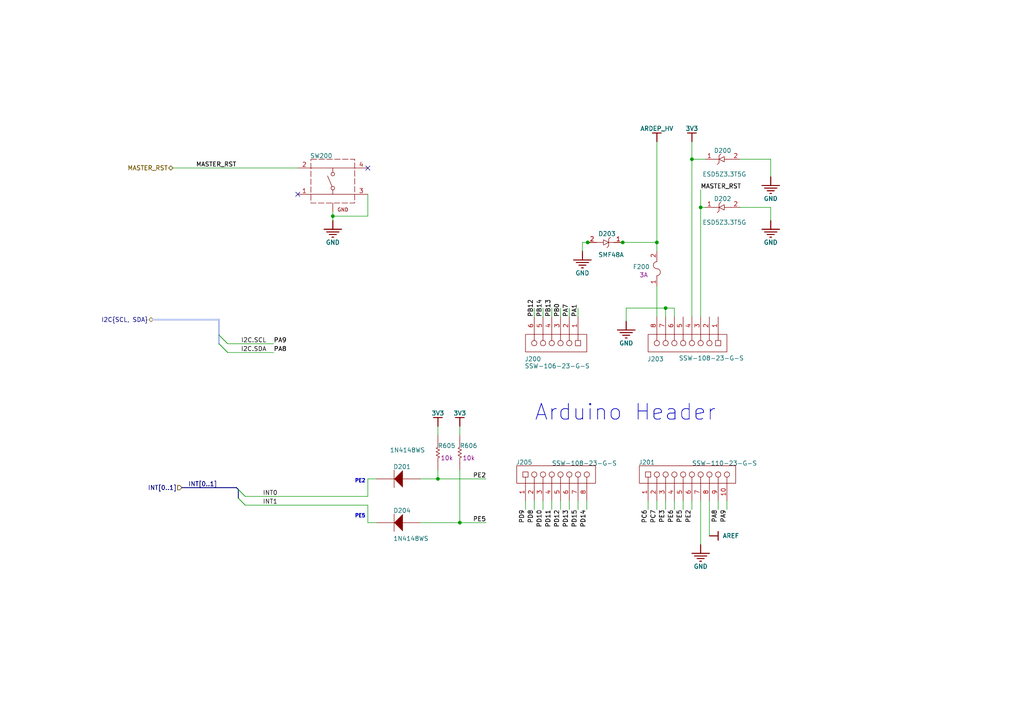
<source format=kicad_sch>
(kicad_sch (version 20250114) (generator "eeschema") (generator_version "9.0")
  (paper "User" 297.002 210.007)
  (title_block (title "ARDEP Interface"))
  (lib_symbols
    (symbol "ARDEP Power IO Shield Symbols:3V3_BAR" (power)
      (property "Value" "3V3" (at 0 -3.81 0))
      (symbol "3V3_BAR_0_0"
        (polyline (pts (xy -1.27 -2.54) (xy 1.27 -2.54)) (stroke (width 0.254)))
        (polyline (pts (xy 0 0) (xy 0 -2.54)) (stroke (width 0.254)))
        (pin power_in line (at 0 0 0) (length 0) (hide yes) (name "3V3") (number ""))
      )
    )
    (symbol "ARDEP Power IO Shield Symbols:ARDEP_0_D-AK-2_Frickly Systems GmbH" (pin_numbers (hide yes)) (pin_names (hide yes))
      (symbol "ARDEP_0_D-AK-2_Frickly Systems GmbH_1_0"
        (polyline (pts (xy 0 -2.54) (xy 0 2.54)))
        (polyline (pts (xy 2.54 2.54) (xy 0 0) (xy 2.54 -2.54) (xy 2.54 2.54)) (stroke (width -0.0001)) (fill (type outline)))
        (pin passive line (at -5.08 0 0) (length 5.08) (name "K") (number "1"))
        (pin passive line (at 7.62 0 180) (length 5.08) (name "A") (number "2"))
      )
    )
    (symbol "ARDEP Power IO Shield Symbols:ARDEP_0_Symbol_Frickly Systems GmbH" (pin_names (hide yes))
      (symbol "ARDEP_0_Symbol_Frickly Systems GmbH_1_0"
        (polyline (pts (xy 3.81 2.54) (xy 16.51 2.54) (xy 16.51 -10.16) (xy 3.81 -10.16) (xy 3.81 2.54)) (stroke (width 0) (type dash)))
        (polyline (pts (xy 3.81 0) (xy 16.51 0)))
        (polyline (pts (xy 9.906 -5.334) (xy 8.636 -2.286)))
        (polyline (pts (xy 10.16 0) (xy 10.16 -1.27)))
        (circle (center 10.16 -1.778) (radius 0.508))
        (circle (center 10.16 -5.842) (radius 0.508))
        (polyline (pts (xy 10.16 -7.62) (xy 10.16 -6.35)))
        (polyline (pts (xy 16.51 -7.62) (xy 3.81 -7.62)))
        (text "GND" (at 14.732 -12.7 0) (effects (font (size 1.016 1.016)) (justify right bottom)))
        (pin passive line (at 0 0 0) (length 3.81) (name "2") (number "2"))
        (pin passive line (at 0 -7.62 0) (length 3.81) (name "1") (number "1"))
        (pin passive line (at 10.16 -12.7 90) (length 2.54) (name "GND") (number "G1"))
        (pin passive line (at 20.32 0 180) (length 3.81) (name "4") (number "4"))
        (pin passive line (at 20.32 -7.62 180) (length 3.81) (name "3") (number "3"))
      )
    )
    (symbol "ARDEP Power IO Shield Symbols:ARDEP_0_UNI TVS_Frickly Systems GmbH" (pin_names (hide yes))
      (symbol "ARDEP_0_UNI TVS_Frickly Systems GmbH_1_0"
        (polyline (pts (xy -2.54 0) (xy -1.016 0)))
        (polyline (pts (xy -1.524 -1.524) (xy -1.016 -1.016) (xy -1.016 1.016) (xy -0.508 1.524)))
        (polyline (pts (xy -1.016 0) (xy 0.508 0.762) (xy 0.508 -0.762) (xy -1.016 0)))
        (polyline (pts (xy 2.54 0) (xy 0.508 0)))
        (pin passive line (at -5.08 0 0) (length 2.54) (name "K") (number "1"))
        (pin passive line (at 5.08 0 180) (length 2.54) (name "A") (number "2"))
      )
    )
    (symbol "ARDEP Power IO Shield Symbols:ARDEP_1_FUSE-2_Frickly Systems GmbH" (pin_names (hide yes))
      (symbol "ARDEP_1_FUSE-2_Frickly Systems GmbH_1_0"
        (polyline (pts (xy 0 7.112) (xy 0 7.62)))
        (arc (start 0 5.08) (mid -1.016 6.096) (end 0 7.112))
        (arc (start 0 5.08) (mid 1.016 4.064) (end 0 3.048))
        (polyline (pts (xy 0 3.048) (xy 0 2.54)))
        (pin passive line (at 0 10.16 270) (length 2.54) (name "2") (number "2"))
        (pin passive line (at 0 0 90) (length 2.54) (name "1") (number "1"))
      )
    )
    (symbol "ARDEP Power IO Shield Symbols:ARDEP_1_Symbol_Frickly Systems GmbH" (pin_names (hide yes))
      (symbol "ARDEP_1_Symbol_Frickly Systems GmbH_1_0"
        (polyline (pts (xy 0 5.08) (xy 0 0) (xy 22.86 0) (xy 22.86 5.08) (xy 0 5.08)))
        (polyline (pts (xy 2.54 0) (xy 2.54 1.778)))
        (rectangle (start 3.302 3.302) (end 1.778 1.778))
        (circle (center 5.08 2.54) (radius 0.762))
        (polyline (pts (xy 5.08 0) (xy 5.08 1.778)))
        (circle (center 7.62 2.54) (radius 0.762))
        (polyline (pts (xy 7.62 0) (xy 7.62 1.778)))
        (circle (center 10.16 2.54) (radius 0.762))
        (polyline (pts (xy 10.16 0) (xy 10.16 1.778)))
        (circle (center 12.7 2.54) (radius 0.762))
        (polyline (pts (xy 12.7 0) (xy 12.7 1.778)))
        (circle (center 15.24 2.54) (radius 0.762))
        (polyline (pts (xy 15.24 0) (xy 15.24 1.778)))
        (circle (center 17.78 2.54) (radius 0.762))
        (polyline (pts (xy 17.78 0) (xy 17.78 1.778)))
        (circle (center 20.32 2.54) (radius 0.762))
        (polyline (pts (xy 20.32 0) (xy 20.32 1.778)))
        (pin passive line (at 2.54 -5.08 90) (length 5.08) (name "1") (number "1"))
        (pin passive line (at 5.08 -5.08 90) (length 5.08) (name "2") (number "2"))
        (pin passive line (at 7.62 -5.08 90) (length 5.08) (name "3") (number "3"))
        (pin passive line (at 10.16 -5.08 90) (length 5.08) (name "4") (number "4"))
        (pin passive line (at 12.7 -5.08 90) (length 5.08) (name "5") (number "5"))
        (pin passive line (at 15.24 -5.08 90) (length 5.08) (name "6") (number "6"))
        (pin passive line (at 17.78 -5.08 90) (length 5.08) (name "7") (number "7"))
        (pin passive line (at 20.32 -5.08 90) (length 5.08) (name "8") (number "8"))
      )
    )
    (symbol "ARDEP Power IO Shield Symbols:ARDEP_1_mirrored_Resistor_Frickly Systems GmbH" (pin_numbers (hide yes)) (pin_names (hide yes))
      (symbol "ARDEP_1_mirrored_Resistor_Frickly Systems GmbH_1_0"
        (polyline (pts (xy 0 5.08) (xy 0 4.064) (xy -0.508 3.81) (xy 0.508 3.302) (xy -0.508 2.794) (xy 0.508 2.286) (xy -0.508 1.778) (xy 0.508 1.27) (xy 0 1.016) (xy 0 0)))
        (pin passive line (at 0 7.62 270) (length 2.54) (name "2") (number "2"))
        (pin passive line (at 0 -2.54 90) (length 2.54) (name "1") (number "1"))
      )
    )
    (symbol "ARDEP Power IO Shield Symbols:ARDEP_2_UNI TVS_Frickly Systems GmbH" (pin_names (hide yes))
      (symbol "ARDEP_2_UNI TVS_Frickly Systems GmbH_1_0"
        (polyline (pts (xy -2.54 0) (xy -0.508 0)))
        (polyline (pts (xy 1.016 0) (xy -0.508 -0.762) (xy -0.508 0.762) (xy 1.016 0)))
        (polyline (pts (xy 1.524 1.524) (xy 1.016 1.016) (xy 1.016 -1.016) (xy 0.508 -1.524)))
        (polyline (pts (xy 2.54 0) (xy 1.016 0)))
        (pin passive line (at -5.08 0 0) (length 2.54) (name "A") (number "2"))
        (pin passive line (at 5.08 0 180) (length 2.54) (name "K") (number "1"))
      )
    )
    (symbol "ARDEP Power IO Shield Symbols:ARDEP_3_Symbol_Frickly Systems GmbH" (pin_names (hide yes))
      (symbol "ARDEP_3_Symbol_Frickly Systems GmbH_1_0"
        (polyline (pts (xy -15.24 0) (xy -15.24 -1.778)))
        (circle (center -15.24 -2.54) (radius 0.762))
        (polyline (pts (xy -12.7 0) (xy -12.7 -1.778)))
        (circle (center -12.7 -2.54) (radius 0.762))
        (polyline (pts (xy -10.16 0) (xy -10.16 -1.778)))
        (circle (center -10.16 -2.54) (radius 0.762))
        (polyline (pts (xy -7.62 0) (xy -7.62 -1.778)))
        (circle (center -7.62 -2.54) (radius 0.762))
        (polyline (pts (xy -5.08 0) (xy -5.08 -1.778)))
        (circle (center -5.08 -2.54) (radius 0.762))
        (polyline (pts (xy -2.54 0) (xy -2.54 -1.778)))
        (rectangle (start -1.778 -1.778) (end -3.302 -3.302))
        (polyline (pts (xy 0 -5.08) (xy 0 0) (xy -17.78 0) (xy -17.78 -5.08) (xy 0 -5.08)))
        (pin passive line (at -15.24 5.08 270) (length 5.08) (name "6") (number "6"))
        (pin passive line (at -12.7 5.08 270) (length 5.08) (name "5") (number "5"))
        (pin passive line (at -10.16 5.08 270) (length 5.08) (name "4") (number "4"))
        (pin passive line (at -7.62 5.08 270) (length 5.08) (name "3") (number "3"))
        (pin passive line (at -5.08 5.08 270) (length 5.08) (name "2") (number "2"))
        (pin passive line (at -2.54 5.08 270) (length 5.08) (name "1") (number "1"))
      )
    )
    (symbol "ARDEP Power IO Shield Symbols:ARDEP_HV_BAR" (power)
      (property "Value" "ARDEP_HV" (at 0 -3.81 0))
      (symbol "ARDEP_HV_BAR_0_0"
        (polyline (pts (xy -1.27 -2.54) (xy 1.27 -2.54)) (stroke (width 0.254)))
        (polyline (pts (xy 0 0) (xy 0 -2.54)) (stroke (width 0.254)))
        (pin power_in line (at 0 0 0) (length 0) (hide yes) (name "ARDEP_HV") (number ""))
      )
    )
    (symbol "ARDEP Power IO Shield Symbols:AREF_BAR" (power)
      (property "Value" "AREF" (at 0 -3.81 0))
      (symbol "AREF_BAR_0_0"
        (polyline (pts (xy -1.27 -2.54) (xy 1.27 -2.54)) (stroke (width 0.254)))
        (polyline (pts (xy 0 0) (xy 0 -2.54)) (stroke (width 0.254)))
        (pin power_in line (at 0 0 0) (length 0) (hide yes) (name "AREF") (number ""))
      )
    )
    (symbol "ARDEP Power IO Shield Symbols:GND_POWER_GROUND" (power)
      (property "Value" "GND" (at 0 -6.35 0))
      (symbol "GND_POWER_GROUND_0_0"
        (polyline (pts (xy -2.54 -2.54) (xy 2.54 -2.54)) (stroke (width 0.254)))
        (polyline (pts (xy -1.778 -3.302) (xy 1.778 -3.302)) (stroke (width 0.254)))
        (polyline (pts (xy -1.016 -4.064) (xy 1.016 -4.064)) (stroke (width 0.254)))
        (polyline (pts (xy -0.254 -4.826) (xy 0.254 -4.826)) (stroke (width 0.254)))
        (polyline (pts (xy 0 0) (xy 0 -2.54)) (stroke (width 0.254)))
        (pin power_in line (at 0 0 0) (length 0) (hide yes) (name "GND") (number ""))
      )
    )
    (symbol "ARDEP_1_Symbol_Frickly Systems GmbH_1" (pin_names (hide yes))
      (symbol "ARDEP_1_Symbol_Frickly Systems GmbH_1_1_0"
        (polyline (pts (xy 0 5.08) (xy 0 0) (xy 27.94 0) (xy 27.94 5.08) (xy 0 5.08)))
        (polyline (pts (xy 2.54 0) (xy 2.54 1.778)))
        (rectangle (start 3.302 3.302) (end 1.778 1.778))
        (circle (center 5.08 2.54) (radius 0.762))
        (polyline (pts (xy 5.08 0) (xy 5.08 1.778)))
        (circle (center 7.62 2.54) (radius 0.762))
        (polyline (pts (xy 7.62 0) (xy 7.62 1.778)))
        (circle (center 10.16 2.54) (radius 0.762))
        (polyline (pts (xy 10.16 0) (xy 10.16 1.778)))
        (circle (center 12.7 2.54) (radius 0.762))
        (polyline (pts (xy 12.7 0) (xy 12.7 1.778)))
        (circle (center 15.24 2.54) (radius 0.762))
        (polyline (pts (xy 15.24 0) (xy 15.24 1.778)))
        (circle (center 17.78 2.54) (radius 0.762))
        (polyline (pts (xy 17.78 0) (xy 17.78 1.778)))
        (circle (center 20.32 2.54) (radius 0.762))
        (polyline (pts (xy 20.32 0) (xy 20.32 1.778)))
        (circle (center 22.86 2.54) (radius 0.762))
        (polyline (pts (xy 22.86 0) (xy 22.86 1.778)))
        (circle (center 25.4 2.54) (radius 0.762))
        (polyline (pts (xy 25.4 0) (xy 25.4 1.778)))
        (pin passive line (at 2.54 -5.08 90) (length 5.08) (name "1") (number "1"))
        (pin passive line (at 5.08 -5.08 90) (length 5.08) (name "2") (number "2"))
        (pin passive line (at 7.62 -5.08 90) (length 5.08) (name "3") (number "3"))
        (pin passive line (at 10.16 -5.08 90) (length 5.08) (name "4") (number "4"))
        (pin passive line (at 12.7 -5.08 90) (length 5.08) (name "5") (number "5"))
        (pin passive line (at 15.24 -5.08 90) (length 5.08) (name "6") (number "6"))
        (pin passive line (at 17.78 -5.08 90) (length 5.08) (name "7") (number "7"))
        (pin passive line (at 20.32 -5.08 90) (length 5.08) (name "8") (number "8"))
        (pin passive line (at 22.86 -5.08 90) (length 5.08) (name "9") (number "9"))
        (pin passive line (at 25.4 -5.08 90) (length 5.08) (name "10") (number "10"))
      )
    )
    (symbol "ARDEP_3_Symbol_Frickly Systems GmbH_1" (pin_names (hide yes))
      (symbol "ARDEP_3_Symbol_Frickly Systems GmbH_1_1_0"
        (polyline (pts (xy -20.32 0) (xy -20.32 -1.778)))
        (circle (center -20.32 -2.54) (radius 0.762))
        (polyline (pts (xy -17.78 0) (xy -17.78 -1.778)))
        (circle (center -17.78 -2.54) (radius 0.762))
        (polyline (pts (xy -15.24 0) (xy -15.24 -1.778)))
        (circle (center -15.24 -2.54) (radius 0.762))
        (polyline (pts (xy -12.7 0) (xy -12.7 -1.778)))
        (circle (center -12.7 -2.54) (radius 0.762))
        (polyline (pts (xy -10.16 0) (xy -10.16 -1.778)))
        (circle (center -10.16 -2.54) (radius 0.762))
        (polyline (pts (xy -7.62 0) (xy -7.62 -1.778)))
        (circle (center -7.62 -2.54) (radius 0.762))
        (polyline (pts (xy -5.08 0) (xy -5.08 -1.778)))
        (circle (center -5.08 -2.54) (radius 0.762))
        (polyline (pts (xy -2.54 0) (xy -2.54 -1.778)))
        (rectangle (start -1.778 -1.778) (end -3.302 -3.302))
        (polyline (pts (xy 0 -5.08) (xy 0 0) (xy -22.86 0) (xy -22.86 -5.08) (xy 0 -5.08)))
        (pin passive line (at -20.32 5.08 270) (length 5.08) (name "8") (number "8"))
        (pin passive line (at -17.78 5.08 270) (length 5.08) (name "7") (number "7"))
        (pin passive line (at -15.24 5.08 270) (length 5.08) (name "6") (number "6"))
        (pin passive line (at -12.7 5.08 270) (length 5.08) (name "5") (number "5"))
        (pin passive line (at -10.16 5.08 270) (length 5.08) (name "4") (number "4"))
        (pin passive line (at -7.62 5.08 270) (length 5.08) (name "3") (number "3"))
        (pin passive line (at -5.08 5.08 270) (length 5.08) (name "2") (number "2"))
        (pin passive line (at -2.54 5.08 270) (length 5.08) (name "1") (number "1"))
      )
    )
  )
  (bus_alias "I2C" (members "SCL" "SDA"))
  (text "PE5" (at 102.87 150.3172 0) (effects (font (size 1.016 1.016) (thickness 0.2032) (bold yes)) (justify left bottom)))
  (text "PE5" (at 102.87 150.3172 0) (effects (font (size 1.016 1.016) (thickness 0.2032) (bold yes)) (justify left bottom)))
  (text "Arduino Header" (at 154.94 122.3772 0) (effects (font (size 4.572 4.572)) (justify left bottom)))
  (text "Arduino Header" (at 154.94 122.3772 0) (effects (font (size 4.572 4.572)) (justify left bottom)))
  (text "PE2" (at 102.87 140.1572 0) (effects (font (size 1.016 1.016) (thickness 0.2032) (bold yes)) (justify left bottom)))
  (text "PE2" (at 102.87 140.1572 0) (effects (font (size 1.016 1.016) (thickness 0.2032) (bold yes)) (justify left bottom)))
  (junction (at 96.52 62.6872))
  (junction (at 200.66 46.1772))
  (junction (at 170.434 70.3072))
  (junction (at 180.594 70.3072))
  (junction (at 193.04 89.3572))
  (junction (at 203.2 60.1472))
  (junction (at 190.5 70.3072))
  (junction (at 127 138.8872))
  (junction (at 133.35 151.5872))
  (no_connect (at 86.36 56.3372))
  (no_connect (at 106.68 48.74))
  (bus_entry (at 66.04 99.695) (size -2.54 -2.54))
  (bus_entry (at 66.04 99.695) (size -2.54 -2.54))
  (bus_entry (at 69.12 141.9672) (size 2 2))
  (bus_entry (at 69.12 141.9672) (size 2 2))
  (bus_entry (at 66.04 102.235) (size -2.54 -2.54))
  (bus_entry (at 66.04 102.235) (size -2.54 -2.54))
  (bus_entry (at 69.12 144.5072) (size 2 2))
  (bus_entry (at 69.12 144.5072) (size 2 2))
  (wire (pts (xy 190.5 83.0072) (xy 190.5 91.8972)))
  (bus (pts (xy 63.5 99.695) (xy 63.5 97.155)) (stroke (width 0.508) (color 173 188 231 1)))
  (wire (pts (xy 168.91 70.3072) (xy 170.434 70.3072)))
  (bus (pts (xy 44.45 92.71) (xy 63.5 92.71)) (stroke (width 0.508) (color 173 188 231 1)))
  (wire (pts (xy 190.5 41.0972) (xy 190.5 70.3072)))
  (wire (pts (xy 152.4 147.7772) (xy 152.4 145.2372)))
  (wire (pts (xy 200.66 46.1772) (xy 200.66 91.8972)))
  (bus (pts (xy 69.12 144.5072) (xy 69.12 141.9672)) (stroke (width 0.254)))
  (bus (pts (xy 68.58 141.4272) (xy 52.763 141.4272)) (stroke (width 0.254)))
  (wire (pts (xy 106.68 143.9672) (xy 106.68 138.8872)))
  (wire (pts (xy 203.2 60.1472) (xy 204.47 60.1472)))
  (wire (pts (xy 133.35 136.3472) (xy 133.35 151.5872)))
  (wire (pts (xy 181.61 89.3572) (xy 193.04 89.3572)))
  (wire (pts (xy 127 136.3472) (xy 127 138.8872)))
  (wire (pts (xy 214.63 60.1472) (xy 223.52 60.1472)))
  (wire (pts (xy 193.04 89.3572) (xy 195.58 89.3572)))
  (wire (pts (xy 157.48 147.7772) (xy 157.48 145.2372)))
  (wire (pts (xy 133.35 123.6472) (xy 133.35 126.1872)))
  (wire (pts (xy 223.52 60.1472) (xy 223.52 63.9572)))
  (wire (pts (xy 106.68 56.3372) (xy 106.68 62.6872)))
  (wire (pts (xy 200.66 41.0972) (xy 200.66 46.1772)))
  (wire (pts (xy 203.2 60.1472) (xy 203.2 55.0672)))
  (wire (pts (xy 154.94 89.3572) (xy 154.94 91.8972)))
  (wire (pts (xy 106.68 62.6872) (xy 96.52 62.6872)))
  (wire (pts (xy 187.96 147.7772) (xy 187.96 145.2372)))
  (wire (pts (xy 200.66 46.1772) (xy 204.47 46.1772)))
  (wire (pts (xy 96.52 63.9572) (xy 96.52 62.6872)))
  (wire (pts (xy 167.64 147.7772) (xy 167.64 145.2372)))
  (wire (pts (xy 193.04 147.7772) (xy 193.04 145.2372)))
  (wire (pts (xy 198.12 147.7772) (xy 198.12 145.2372)))
  (wire (pts (xy 127 138.8872) (xy 121.92 138.8872)))
  (wire (pts (xy 66.04 102.235) (xy 79.375 102.235)))
  (wire (pts (xy 71.12 143.9672) (xy 106.68 143.9672)))
  (wire (pts (xy 154.94 147.7772) (xy 154.94 145.2372)))
  (wire (pts (xy 106.68 146.5072) (xy 106.68 151.5872)))
  (wire (pts (xy 168.91 72.8472) (xy 168.91 70.3072)))
  (wire (pts (xy 165.1 89.3572) (xy 165.1 91.8972)))
  (wire (pts (xy 140.97 138.8872) (xy 127 138.8872)))
  (wire (pts (xy 203.2 145.2372) (xy 203.2 157.9372)))
  (wire (pts (xy 162.56 147.7772) (xy 162.56 145.2372)))
  (wire (pts (xy 160.02 147.7772) (xy 160.02 145.2372)))
  (wire (pts (xy 157.48 89.3572) (xy 157.48 91.8972)))
  (wire (pts (xy 71.12 146.5072) (xy 106.68 146.5072)))
  (wire (pts (xy 200.66 147.7772) (xy 200.66 145.2372)))
  (wire (pts (xy 160.02 89.3572) (xy 160.02 91.8972)))
  (wire (pts (xy 165.1 147.7772) (xy 165.1 145.2372)))
  (wire (pts (xy 223.52 51.2572) (xy 223.52 46.1772)))
  (wire (pts (xy 195.58 89.3572) (xy 195.58 91.8972)))
  (wire (pts (xy 180.34 70.3072) (xy 180.594 70.3072)))
  (wire (pts (xy 223.52 46.1772) (xy 214.63 46.1772)))
  (wire (pts (xy 133.35 151.5872) (xy 121.92 151.5872)))
  (wire (pts (xy 205.74 155.3972) (xy 205.74 145.2372)))
  (wire (pts (xy 195.58 147.7772) (xy 195.58 145.2372)))
  (wire (pts (xy 203.2 91.8972) (xy 203.2 60.1472)))
  (wire (pts (xy 208.28 147.7772) (xy 208.28 145.2372)))
  (wire (pts (xy 167.64 89.3572) (xy 167.64 91.8972)))
  (wire (pts (xy 106.68 138.8872) (xy 109.22 138.8872)))
  (bus (pts (xy 69.12 141.9672) (xy 68.58 141.4272)) (stroke (width 0.254)))
  (bus (pts (xy 63.5 97.155) (xy 63.5 92.71)) (stroke (width 0.508) (color 173 188 231 1)))
  (wire (pts (xy 106.68 151.5872) (xy 109.22 151.5872)))
  (wire (pts (xy 170.18 147.7772) (xy 170.18 145.2372)))
  (wire (pts (xy 170.434 70.3072) (xy 171.196 70.3072)))
  (wire (pts (xy 96.52 62.6872) (xy 96.52 61.4172)))
  (wire (pts (xy 190.5 70.3072) (xy 190.5 72.8472)))
  (wire (pts (xy 162.56 89.3572) (xy 162.56 91.8972)))
  (wire (pts (xy 210.82 147.7772) (xy 210.82 145.2372)))
  (wire (pts (xy 50.159 48.7172) (xy 86.36 48.7172)))
  (wire (pts (xy 180.594 70.3072) (xy 190.5 70.3072)))
  (wire (pts (xy 190.5 147.7772) (xy 190.5 145.2372)))
  (wire (pts (xy 66.04 99.695) (xy 79.375 99.695)))
  (wire (pts (xy 193.04 91.8972) (xy 193.04 89.3572)))
  (wire (pts (xy 127 123.6472) (xy 127 126.1872)))
  (wire (pts (xy 140.97 151.5872) (xy 133.35 151.5872)))
  (wire (pts (xy 181.61 93.1672) (xy 181.61 89.3572)))
  (label "PA1" (at 167.64 91.8972 90))
  (label "PE5" (at 198.12 147.7772 270))
  (label "PE3" (at 193.04 147.7772 270))
  (label "I2C.SDA" (at 69.85 102.235 0))
  (label "PB13" (at 160.02 91.8972 90))
  (label "MASTER_RST" (at 68.58 48.7172 180))
  (label "PD15" (at 167.64 147.7772 270))
  (label "PA7" (at 165.1 91.8972 90))
  (label "PD9" (at 152.4 147.7772 270))
  (label "PC6" (at 187.96 147.7772 270))
  (label "PD11" (at 160.02 147.7772 270))
  (label "PB13" (at 160.02 91.8972 90))
  (label "INT[0..1]" (at 54.61 141.4272 0))
  (label "PD11" (at 160.02 147.7772 270))
  (label "PD14" (at 170.18 147.7772 270))
  (label "MASTER_RST" (at 68.58 48.7172 180))
  (label "PE2" (at 140.97 138.8872 180))
  (label "PD12" (at 162.56 147.7772 270))
  (label "PE2" (at 200.66 147.7772 270))
  (label "PA8" (at 79.375 102.235 0))
  (label "PA9" (at 210.82 147.7772 270))
  (label "PD10" (at 157.48 147.7772 270))
  (label "PE5" (at 140.97 151.5872 180))
  (label "PA9" (at 210.82 147.7772 270))
  (label "PD9" (at 152.4 147.7772 270))
  (label "PD12" (at 162.56 147.7772 270))
  (label "PB0" (at 162.56 91.8972 90))
  (label "PD14" (at 170.18 147.7772 270))
  (label "I2C.SCL" (at 69.899 99.695 0))
  (label "PA8" (at 208.28 147.7772 270))
  (label "PB0" (at 162.56 91.8972 90))
  (label "PB14" (at 157.48 91.8972 90))
  (label "MASTER_RST" (at 203.2 55.0672 0))
  (label "PA9" (at 79.375 99.695 0))
  (label "INT[0..1]" (at 54.61 141.4272 0))
  (label "PB12" (at 154.94 91.8972 90))
  (label "PE2" (at 140.97 138.8872 180))
  (label "PA7" (at 165.1 91.8972 90))
  (label "PC6" (at 187.96 147.7772 270))
  (label "MASTER_RST" (at 203.2 55.0672 0))
  (label "PD13" (at 165.1 147.7772 270))
  (label "INT1" (at 76.2 146.5072 0))
  (label "PE3" (at 193.04 147.7772 270))
  (label "PE6" (at 195.58 147.7772 270))
  (label "PA1" (at 167.64 91.8972 90))
  (label "PA9" (at 79.375 99.695 0))
  (label "PD13" (at 165.1 147.7772 270))
  (label "PE6" (at 195.58 147.7772 270))
  (label "PB12" (at 154.94 91.8972 90))
  (label "PD10" (at 157.48 147.7772 270))
  (label "PA8" (at 208.28 147.7772 270))
  (label "INT0" (at 76.2 143.9672 0))
  (label "PD15" (at 167.64 147.7772 270))
  (label "PD8" (at 154.94 147.7772 270))
  (label "PE5" (at 140.97 151.5872 180))
  (label "PC7" (at 190.5 147.7772 270))
  (label "PC7" (at 190.5 147.7772 270))
  (label "PE5" (at 198.12 147.7772 270))
  (label "PE2" (at 200.66 147.7772 270))
  (label "PD8" (at 154.94 147.7772 270))
  (label "PB14" (at 157.48 91.8972 90))
  (label "PA8" (at 79.375 102.235 0))
  (hierarchical_label "MASTER_RST" (shape bidirectional) (at 50.159 48.7172 180))
  (hierarchical_label "MASTER_RST" (shape bidirectional) (at 50.159 48.7172 180))
  (hierarchical_label "I2C{SCL, SDA}" (shape bidirectional) (at 44.45 92.71 180))
  (hierarchical_label "INT[0..1]" (shape input) (at 52.763 141.4272 180))
  (hierarchical_label "INT[0..1]" (shape input) (at 52.763 141.4272 180))
  (symbol (lib_id "ARDEP Power IO Shield Symbols:3V3_BAR") (at 133.35 123.6472 180) (unit 1)
    (property "Reference" "#PWR0204" (effects (hide yes)))
    (property "Value" "3V3" (at 133.35 119.8372 0))
  )
  (symbol (lib_id "ARDEP Power IO Shield Symbols:GND_POWER_GROUND") (at 181.61 93.1672 0) (unit 1)
    (property "Reference" "#PWR0208" (effects (hide yes)))
    (property "Value" "GND" (at 181.61 99.5172 0))
  )
  (symbol (lib_id "ARDEP Power IO Shield Symbols:GND_POWER_GROUND") (at 96.52 63.9572 0) (unit 1)
    (property "Reference" "#PWR0200" (effects (hide yes)))
    (property "Value" "GND" (at 96.52 70.3072 0))
  )
  (symbol (lib_id "ARDEP Power IO Shield Symbols:GND_POWER_GROUND") (at 203.2 157.9372 0) (unit 1)
    (property "Reference" "#PWR0214" (effects (hide yes)))
    (property "Value" "GND" (at 203.2 164.2872 0))
  )
  (symbol (lib_id "ARDEP Power IO Shield Symbols:3V3_BAR") (at 127 123.6472 180) (unit 1)
    (property "Reference" "#PWR0202" (effects (hide yes)))
    (property "Value" "3V3" (at 127 119.8372 0))
  )
  (symbol (lib_id "ARDEP Power IO Shield Symbols:GND_POWER_GROUND") (at 168.91 72.8472 0) (unit 1)
    (property "Reference" "#PWR0206" (effects (hide yes)))
    (property "Value" "GND" (at 168.91 79.1972 0))
  )
  (symbol (lib_id "ARDEP Power IO Shield Symbols:GND_POWER_GROUND") (at 203.2 157.9372 0) (unit 1)
    (property "Reference" "#PWR0215" (effects (hide yes)))
    (property "Value" "GND" (at 203.2 164.2872 0))
  )
  (symbol (lib_id "ARDEP Power IO Shield Symbols:ARDEP_0_D-AK-2_Frickly Systems GmbH") (at 114.3 138.8872 0) (unit 1)
    (property "Reference" "D201" (at 114.046 136.0932 0) (effects (justify left bottom)))
    (property "Value" "1N4148WS" (at 113.03 131.2672 0) (effects (justify left bottom)))
    (property "Footprint" "D_SOD323-2_JB" (effects (hide yes)))
    (property "Description" "Rectifier Diode, 1 Phase, 1 Element, 0.2A, 100V V(RRM), Silicon" (effects (hide yes)))
    (property "MAX OPERATING TEMPERATURE" "150°C" (effects (hide yes)))
    (property "ROHS COMPLIANT" "Yes" (effects (hide yes)))
    (property "MIN OPERATING TEMPERATURE" "-55°C" (effects (hide yes)))
  )
  (symbol (lib_id "ARDEP Power IO Shield Symbols:3V3_BAR") (at 133.35 123.6472 180) (unit 1)
    (property "Reference" "#PWR0205" (effects (hide yes)))
    (property "Value" "3V3" (at 133.35 119.8372 0))
  )
  (symbol (lib_id "ARDEP Power IO Shield Symbols:ARDEP_0_UNI TVS_Frickly Systems GmbH") (at 209.55 46.1772 0) (unit 1)
    (property "Reference" "D200" (at 207.01 44.3992 0) (effects (justify left bottom)))
    (property "Value" "ESD5Z3.3T5G" (at 203.708 51.2572 0) (effects (justify left bottom)))
    (property "Footprint" "SOD-523_JB" (effects (hide yes)))
    (property "Description" "Trans Voltage Suppressor Diode, 158W, 3.3V V(RWM), Unidirectional, 1 Element, Silicon" (effects (hide yes)))
    (property "PEAK INVERSE VOLTAGE" "14.1V" (effects (hide yes)))
    (property "MOUNTING TECHNOLOGY" "SMD" (effects (hide yes)))
    (property "MAX SURGE CURRENT" "11.2A" (effects (hide yes)))
    (property "MAX OPERATING TEMPERATURE" "150°C" (effects (hide yes)))
    (property "MIN OPERATING TEMPERATURE" "-55°C" (effects (hide yes)))
    (property "PINS" "2" (effects (hide yes)))
    (property "ROHS COMPLIANT" "Yes" (effects (hide yes)))
    (property "CASE/PACKAGE" "SOD-523-2" (effects (hide yes)))
  )
  (symbol (lib_id "ARDEP Power IO Shield Symbols:ARDEP_3_Symbol_Frickly Systems GmbH") (at 170.18 96.9772 0) (unit 1)
    (property "Reference" "J200" (at 152.146 104.8512 0) (effects (justify left bottom)))
    (property "Value" "SSW-106-23-G-S" (at 152.146 106.8832 0) (effects (justify left bottom)))
    (property "Footprint" "SSW-106-23-G-S" (effects (hide yes)))
    (property "Description" "Headers & Wire Housings Tiger Buy Socket Strip with PCB Tails, .100 Pitch" (effects (hide yes)))
    (property "RADIATION HARDENING" "No" (effects (hide yes)))
    (property "TERMINATION" "Solder" (effects (hide yes)))
    (property "ROHS" "Compliant" (effects (hide yes)))
    (property "COLOR" "Black" (effects (hide yes)))
    (property "CONTACT PLATING" "Gold" (effects (hide yes)))
    (property "LEAD PITCH" "2.54mm" (effects (hide yes)))
    (property "LEAD FREE" "Lead Free" (effects (hide yes)))
    (property "LIFECYCLE STATUS" "Production" (effects (hide yes)))
    (property "MOUNTING TECHNOLOGY" "THT" (effects (hide yes)))
    (property "PINS" "6" (effects (hide yes)))
    (property "VOLTAGE RATING (DC)" "655V" (effects (hide yes)))
    (property "GENDER" "Female" (effects (hide yes)))
    (property "CONNECTOR TYPE" "2.54mm" (effects (hide yes)))
    (property "NUMBER OF CONTACTS" "6" (effects (hide yes)))
    (property "CONTACT MATERIAL" "Bronze" (effects (hide yes)))
    (property "MANUFACTURER LIFECYCLE STATUS" "PRODUCTION" (effects (hide yes)))
    (property "VOLTAGE RATING (AC)" "465V" (effects (hide yes)))
    (property "PACKAGING" "Bulk" (effects (hide yes)))
    (property "PITCH" "2.54mm" (effects (hide yes)))
    (property "NUMBER OF ROWS" "1" (effects (hide yes)))
  )
  (symbol (lib_id "ARDEP Power IO Shield Symbols:GND_POWER_GROUND") (at 223.52 51.2572 0) (unit 1)
    (property "Reference" "#PWR0218" (effects (hide yes)))
    (property "Value" "GND" (at 223.52 57.6072 0))
  )
  (symbol (lib_id "ARDEP Power IO Shield Symbols:AREF_BAR") (at 205.74 155.3972 90) (unit 1)
    (property "Reference" "#PWR0216" (effects (hide yes)))
    (property "Value" "AREF" (at 209.55 155.3972 90) (effects (justify right)))
  )
  (symbol (lib_id "ARDEP Power IO Shield Symbols:ARDEP_2_UNI TVS_Frickly Systems GmbH") (at 175.514 70.3072 0) (unit 1)
    (property "Reference" "D203" (at 173.482 68.5292 0) (effects (justify left bottom)))
    (property "Value" "SMF48A" (at 173.482 74.6252 0) (effects (justify left bottom)))
    (property "Footprint" "FP-SMF48A-MFG" (effects (hide yes)))
    (property "Description" "Trans Voltage Suppressor Diode, 200W, 48V V(RWM), Unidirectional, 1 Element, Silicon" (effects (hide yes)))
    (property "SURFACE MOUNT" "Yes" (effects (hide yes)))
    (property "MOUNTING TECHNOLOGY" "SMD" (effects (hide yes)))
    (property "PACKAGE BODY MATERIAL" "Plastic" (effects (hide yes)))
    (property "JESD-609 CODE" "e3" (effects (hide yes)))
    (property "POLARITY" "Unidirectional" (effects (hide yes)))
    (property "REACH SVHC COMPLIANT" "No" (effects (hide yes)))
    (property "MAX BREAKDOWN VOLTAGE" "71.2V" (effects (hide yes)))
    (property "BREAKDOWN VOLTAGE-NOM" "56.1V" (effects (hide yes)))
    (property "DIODE ELEMENT MATERIAL" "SILICON" (effects (hide yes)))
    (property "PINS" "2" (effects (hide yes)))
    (property "JESD-30 CODE" "R-PDSO-F2" (effects (hide yes)))
    (property "CASE/PACKAGE" "SOD-123F" (effects (hide yes)))
    (property "NON-REP PEAK REV POWER DIS-MAX" "200W" (effects (hide yes)))
    (property "TECHNOLOGY" "AVALANCHE" (effects (hide yes)))
    (property "TERMINAL FORM" "Flat" (effects (hide yes)))
    (property "PEAK REFLOW TEMPERATURE (CEL)" "260°C" (effects (hide yes)))
    (property "PACKAGE SHAPE" "Rectangular" (effects (hide yes)))
    (property "MAX SURGE CURRENT" "2.6A" (effects (hide yes)))
    (property "ADDITIONAL FEATURE" "EXCELLENT CLAMPING CAPABILITY" (effects (hide yes)))
    (property "REP PK REVERSE VOLTAGE-MAX" "48V" (effects (hide yes)))
    (property "NUMBER OF ELEMENTS" "1" (effects (hide yes)))
    (property "ROHS COMPLIANT" "Yes" (effects (hide yes)))
    (property "MAX OPERATING TEMPERATURE" "150°C" (effects (hide yes)))
    (property "MIN OPERATING TEMPERATURE" "-55°C" (effects (hide yes)))
    (property "TIME @ PEAK REFLOW TEMPERATURE-MAX (S)" "40s" (effects (hide yes)))
    (property "TERMINAL FINISH" "Tin" (effects (hide yes)))
    (property "PACKAGE STYLE" "SMALL OUTLINEMeter" (effects (hide yes)))
    (property "MIN BREAKDOWN VOLTAGE" "64.4V" (effects (hide yes)))
    (property "CLAMPING VOLTAGE-MAX" "77.4V" (effects (hide yes)))
    (property "DIODE TYPE" "TRANS VOLTAGE SUPPRESSOR" (effects (hide yes)))
    (property "MOISTURE SENSITIVITY LEVEL" "1" (effects (hide yes)))
    (property "TERMINAL POSITION" "DUAL" (effects (hide yes)))
  )
  (symbol (lib_id "ARDEP Power IO Shield Symbols:ARDEP_0_D-AK-2_Frickly Systems GmbH") (at 114.3 151.5872 0) (unit 1)
    (property "Reference" "D204" (at 114.046 148.7932 0) (effects (justify left bottom)))
    (property "Value" "1N4148WS" (at 114.046 156.9212 0) (effects (justify left bottom)))
    (property "Footprint" "D_SOD323-2_JB" (effects (hide yes)))
    (property "Description" "Rectifier Diode, 1 Phase, 1 Element, 0.2A, 100V V(RRM), Silicon" (effects (hide yes)))
    (property "MAX OPERATING TEMPERATURE" "150°C" (effects (hide yes)))
    (property "ROHS COMPLIANT" "Yes" (effects (hide yes)))
    (property "MIN OPERATING TEMPERATURE" "-55°C" (effects (hide yes)))
  )
  (symbol (lib_id "ARDEP Power IO Shield Symbols:3V3_BAR") (at 127 123.6472 180) (unit 1)
    (property "Reference" "#PWR0203" (effects (hide yes)))
    (property "Value" "3V3" (at 127 119.8372 0))
  )
  (symbol (lib_name "ARDEP_3_Symbol_Frickly Systems GmbH_1") (lib_id "ARDEP Power IO Shield Symbols:ARDEP_3_Symbol_Frickly Systems GmbH_1") (at 210.82 96.9772 0) (unit 1)
    (property "Reference" "J203" (at 187.706 104.8512 0) (effects (justify left bottom)))
    (property "Value" "SSW-108-23-G-S" (at 196.85 104.5972 0) (effects (justify left bottom)))
    (property "Footprint" "SSW-108-23-G-S" (effects (hide yes)))
    (property "Description" "10mm long pins  8position socket header" (effects (hide yes)))
    (property "PIN LENGTH" "10 mm" (effects (hide yes)))
    (property "CONNECTOR TYPE" "2.45mm" (effects (hide yes)))
    (property "PACKAGING" "Bulk" (effects (hide yes)))
    (property "COLOR" "Black" (effects (hide yes)))
    (property "LIFECYCLE STATUS" "Production" (effects (hide yes)))
    (property "LEAD FREE" "Lead Free" (effects (hide yes)))
    (property "CONTACT MATERIAL" "Bronze" (effects (hide yes)))
    (property "CONTACT PLATING" "Gold" (effects (hide yes)))
    (property "LEAD PITCH" "2.54mm" (effects (hide yes)))
    (property "ROHS" "Compliant" (effects (hide yes)))
    (property "PINS" "8" (effects (hide yes)))
    (property "TERMINATION" "Solder" (effects (hide yes)))
    (property "VOLTAGE RATING (DC)" "655V" (effects (hide yes)))
    (property "VOLTAGE RATING (AC)" "465V" (effects (hide yes)))
    (property "NUMBER OF ROWS" "1" (effects (hide yes)))
    (property "GENDER" "Female" (effects (hide yes)))
    (property "RADIATION HARDENING" "No" (effects (hide yes)))
    (property "MOUNTING TECHNOLOGY" "Through Hole" (effects (hide yes)))
    (property "MANUFACTURER LIFECYCLE STATUS" "PRODUCTION" (effects (hide yes)))
    (property "NUMBER OF CONTACTS" "8" (effects (hide yes)))
    (property "PITCH" "2.54mm" (effects (hide yes)))
  )
  (symbol (lib_id "ARDEP Power IO Shield Symbols:GND_POWER_GROUND") (at 223.52 51.2572 0) (unit 1)
    (property "Reference" "#PWR0219" (effects (hide yes)))
    (property "Value" "GND" (at 223.52 57.6072 0))
  )
  (symbol (lib_id "ARDEP Power IO Shield Symbols:GND_POWER_GROUND") (at 181.61 93.1672 0) (unit 1)
    (property "Reference" "#PWR0209" (effects (hide yes)))
    (property "Value" "GND" (at 181.61 99.5172 0))
  )
  (symbol (lib_id "ARDEP Power IO Shield Symbols:3V3_BAR") (at 200.66 41.0972 180) (unit 1)
    (property "Reference" "#PWR0212" (effects (hide yes)))
    (property "Value" "3V3" (at 200.66 37.2872 0))
  )
  (symbol (lib_name "ARDEP_1_Symbol_Frickly Systems GmbH_1") (lib_id "ARDEP Power IO Shield Symbols:ARDEP_1_Symbol_Frickly Systems GmbH_1") (at 185.42 140.1572 0) (unit 1)
    (property "Reference" "J201" (at 185.166 134.8232 0) (effects (justify left bottom)))
    (property "Value" "SSW-110-23-G-S" (at 200.66 135.0772 0) (effects (justify left bottom)))
    (property "Footprint" "SSW-110-23-G-S" (effects (hide yes)))
    (property "Description" "Headers & Wire Housings Tiger Buy Socket Strip with PCB Tails, .100 Pitch" (effects (hide yes)))
    (property "CONTACT MATERIAL" "Bronze" (effects (hide yes)))
    (property "PITCH" "2.54mm" (effects (hide yes)))
    (property "ROHS" "Compliant" (effects (hide yes)))
    (property "COLOR" "Black" (effects (hide yes)))
    (property "CONNECTOR TYPE" "2.54mm" (effects (hide yes)))
    (property "NUMBER OF ROWS" "1" (effects (hide yes)))
    (property "LIFECYCLE STATUS" "Production" (effects (hide yes)))
    (property "VOLTAGE RATING (DC)" "655V" (effects (hide yes)))
    (property "VOLTAGE RATING (AC)" "465V" (effects (hide yes)))
    (property "PACKAGING" "Bulk" (effects (hide yes)))
    (property "NUMBER OF CONTACTS" "10" (effects (hide yes)))
    (property "MANUFACTURER LIFECYCLE STATUS" "PRODUCTION" (effects (hide yes)))
    (property "MOUNTING TECHNOLOGY" "THT" (effects (hide yes)))
    (property "CONTACT PLATING" "Gold" (effects (hide yes)))
    (property "GENDER" "Female" (effects (hide yes)))
    (property "TERMINATION" "Solder" (effects (hide yes)))
    (property "LEAD PITCH" "2.54mm" (effects (hide yes)))
    (property "RADIATION HARDENING" "No" (effects (hide yes)))
    (property "PINS" "10" (effects (hide yes)))
    (property "LEAD FREE" "Lead Free" (effects (hide yes)))
  )
  (symbol (lib_id "ARDEP Power IO Shield Symbols:ARDEP_HV_BAR") (at 190.5 41.0972 180) (unit 1)
    (property "Reference" "#PWR0210" (effects (hide yes)))
    (property "Value" "ARDEP_HV" (at 190.5 37.2872 0))
  )
  (symbol (lib_id "ARDEP Power IO Shield Symbols:GND_POWER_GROUND") (at 168.91 72.8472 0) (unit 1)
    (property "Reference" "#PWR0207" (effects (hide yes)))
    (property "Value" "GND" (at 168.91 79.1972 0))
  )
  (symbol (lib_id "ARDEP Power IO Shield Symbols:GND_POWER_GROUND") (at 223.52 63.9572 0) (unit 1)
    (property "Reference" "#PWR0220" (effects (hide yes)))
    (property "Value" "GND" (at 223.52 70.3072 0))
  )
  (symbol (lib_id "ARDEP Power IO Shield Symbols:ARDEP_1_mirrored_Resistor_Frickly Systems GmbH") (at 127 133.8072 0) (unit 1)
    (property "Reference" "R605" (at 127 129.9972 0) (effects (justify left bottom)))
    (property "Value" "Resistor 10k +/-1% 0603 100mW" (effects (hide yes)))
    (property "Footprint" "R_0603_JB" (effects (hide yes)))
    (property "Description" "Chip Resistor, 10 KOhm, +/-1%, 0.1 W, -55 to 155 degC, 0603 (1608 Metric)" (effects (hide yes)))
    (property "ALTIUM_VALUE" "10k" (at 127.762 133.5532 0) (effects (justify left bottom)))
    (property "MAX OPERATING TEMPERATURE" "155°C" (effects (hide yes)))
    (property "ROHS COMPLIANT" "Yes" (effects (hide yes)))
    (property "TOLERANCE" "1%" (effects (hide yes)))
    (property "PINS" "2" (effects (hide yes)))
    (property "POWER" "100mW" (effects (hide yes)))
    (property "MIN OPERATING TEMPERATURE" "-55°C" (effects (hide yes)))
    (property "MOUNTING TECHNOLOGY" "Surface Mount" (effects (hide yes)))
    (property "CASE/PACKAGE" "0603" (effects (hide yes)))
    (property "VOLTAGE RATING" "75V" (effects (hide yes)))
  )
  (symbol (lib_id "ARDEP Power IO Shield Symbols:GND_POWER_GROUND") (at 223.52 63.9572 0) (unit 1)
    (property "Reference" "#PWR0221" (effects (hide yes)))
    (property "Value" "GND" (at 223.52 70.3072 0))
  )
  (symbol (lib_id "ARDEP Power IO Shield Symbols:ARDEP_0_UNI TVS_Frickly Systems GmbH") (at 209.55 60.1472 0) (unit 1)
    (property "Reference" "D202" (at 207.01 58.3692 0) (effects (justify left bottom)))
    (property "Value" "ESD5Z3.3T5G" (at 203.708 65.2272 0) (effects (justify left bottom)))
    (property "Footprint" "SOD-523_JB" (effects (hide yes)))
    (property "Description" "Trans Voltage Suppressor Diode, 158W, 3.3V V(RWM), Unidirectional, 1 Element, Silicon" (effects (hide yes)))
    (property "PEAK INVERSE VOLTAGE" "14.1V" (effects (hide yes)))
    (property "MOUNTING TECHNOLOGY" "SMD" (effects (hide yes)))
    (property "MAX SURGE CURRENT" "11.2A" (effects (hide yes)))
    (property "MAX OPERATING TEMPERATURE" "150°C" (effects (hide yes)))
    (property "MIN OPERATING TEMPERATURE" "-55°C" (effects (hide yes)))
    (property "PINS" "2" (effects (hide yes)))
    (property "ROHS COMPLIANT" "Yes" (effects (hide yes)))
    (property "CASE/PACKAGE" "SOD-523-2" (effects (hide yes)))
  )
  (symbol (lib_id "ARDEP Power IO Shield Symbols:ARDEP_HV_BAR") (at 190.5 41.0972 180) (unit 1)
    (property "Reference" "#PWR0211" (effects (hide yes)))
    (property "Value" "ARDEP_HV" (at 190.5 37.2872 0))
  )
  (symbol (lib_id "ARDEP Power IO Shield Symbols:ARDEP_1_mirrored_Resistor_Frickly Systems GmbH") (at 133.35 133.8072 0) (unit 1)
    (property "Reference" "R606" (at 133.35 129.9972 0) (effects (justify left bottom)))
    (property "Value" "Resistor 10k +/-1% 0603 100mW" (effects (hide yes)))
    (property "Footprint" "R_0603_JB" (effects (hide yes)))
    (property "Description" "Chip Resistor, 10 KOhm, +/-1%, 0.1 W, -55 to 155 degC, 0603 (1608 Metric)" (effects (hide yes)))
    (property "ALTIUM_VALUE" "10k" (at 134.112 133.5532 0) (effects (justify left bottom)))
    (property "MAX OPERATING TEMPERATURE" "155°C" (effects (hide yes)))
    (property "ROHS COMPLIANT" "Yes" (effects (hide yes)))
    (property "TOLERANCE" "1%" (effects (hide yes)))
    (property "PINS" "2" (effects (hide yes)))
    (property "POWER" "100mW" (effects (hide yes)))
    (property "MIN OPERATING TEMPERATURE" "-55°C" (effects (hide yes)))
    (property "MOUNTING TECHNOLOGY" "Surface Mount" (effects (hide yes)))
    (property "CASE/PACKAGE" "0603" (effects (hide yes)))
    (property "VOLTAGE RATING" "75V" (effects (hide yes)))
  )
  (symbol (lib_id "ARDEP Power IO Shield Symbols:GND_POWER_GROUND") (at 96.52 63.9572 0) (unit 1)
    (property "Reference" "#PWR0201" (effects (hide yes)))
    (property "Value" "GND" (at 96.52 70.3072 0))
  )
  (symbol (lib_id "ARDEP Power IO Shield Symbols:AREF_BAR") (at 205.74 155.3972 90) (unit 1)
    (property "Reference" "#PWR0217" (effects (hide yes)))
    (property "Value" "AREF" (at 209.55 155.3972 90) (effects (justify right)))
  )
  (symbol (lib_id "ARDEP Power IO Shield Symbols:ARDEP_1_FUSE-2_Frickly Systems GmbH") (at 190.5 83.0072 0) (unit 1)
    (property "Reference" "F200" (at 183.515 78.105 0) (effects (justify left bottom)))
    (property "Value" "0685T3000-01" (effects (hide yes)))
    (property "Footprint" "FP-0468-MFG" (effects (hide yes)))
    (property "Description" "Electric Fuse, Slow Blow, 3A, 63VAC, 63VDC, 50A (IR), Surface Mount, 1206" (effects (hide yes)))
    (property "JESD-609 CODE" "e3" (effects (hide yes)))
    (property "CASE/PACKAGE" "1206" (effects (hide yes)))
    (property "PINS" "2" (effects (hide yes)))
    (property "TERMINAL FINISH" "Nickel" (effects (hide yes)))
    (property "MIN OPERATING TEMPERATURE" "-55°C" (effects (hide yes)))
    (property "MOUNTING TECHNOLOGY" "Surface Mount" (effects (hide yes)))
    (property "CURRENT RATING" "3A" (at 185.42 80.4672 0) (effects (justify left bottom)))
    (property "CIRCUIT PROTECTION TYPE" "Electric Fuse" (effects (hide yes)))
    (property "MAX OPERATING TEMPERATURE" "125°C" (effects (hide yes)))
    (property "ROHS COMPLIANT" "Yes" (effects (hide yes)))
    (property "REACH SVHC COMPLIANT" "Yes" (effects (hide yes)))
    (property "TYPE" "slow-blow" (effects (hide yes)))
  )
  (symbol (lib_id "ARDEP Power IO Shield Symbols:ARDEP_1_Symbol_Frickly Systems GmbH") (at 149.86 140.1572 0) (unit 1)
    (property "Reference" "J205" (at 149.606 134.8232 0) (effects (justify left bottom)))
    (property "Value" "SSW-108-23-G-S" (at 160.02 135.0772 0) (effects (justify left bottom)))
    (property "Footprint" "SSW-108-23-G-S" (effects (hide yes)))
    (property "Description" "10mm long pins  8position socket header" (effects (hide yes)))
    (property "PIN LENGTH" "10 mm" (effects (hide yes)))
    (property "CONNECTOR TYPE" "2.45mm" (effects (hide yes)))
    (property "PACKAGING" "Bulk" (effects (hide yes)))
    (property "COLOR" "Black" (effects (hide yes)))
    (property "LIFECYCLE STATUS" "Production" (effects (hide yes)))
    (property "LEAD FREE" "Lead Free" (effects (hide yes)))
    (property "CONTACT MATERIAL" "Bronze" (effects (hide yes)))
    (property "CONTACT PLATING" "Gold" (effects (hide yes)))
    (property "LEAD PITCH" "2.54mm" (effects (hide yes)))
    (property "ROHS" "Compliant" (effects (hide yes)))
    (property "PINS" "8" (effects (hide yes)))
    (property "TERMINATION" "Solder" (effects (hide yes)))
    (property "VOLTAGE RATING (DC)" "655V" (effects (hide yes)))
    (property "VOLTAGE RATING (AC)" "465V" (effects (hide yes)))
    (property "NUMBER OF ROWS" "1" (effects (hide yes)))
    (property "GENDER" "Female" (effects (hide yes)))
    (property "RADIATION HARDENING" "No" (effects (hide yes)))
    (property "MOUNTING TECHNOLOGY" "Through Hole" (effects (hide yes)))
    (property "MANUFACTURER LIFECYCLE STATUS" "PRODUCTION" (effects (hide yes)))
    (property "NUMBER OF CONTACTS" "8" (effects (hide yes)))
    (property "PITCH" "2.54mm" (effects (hide yes)))
  )
  (symbol (lib_id "ARDEP Power IO Shield Symbols:3V3_BAR") (at 200.66 41.0972 180) (unit 1)
    (property "Reference" "#PWR0213" (effects (hide yes)))
    (property "Value" "3V3" (at 200.66 37.2872 0))
  )
  (symbol (lib_id "ARDEP Power IO Shield Symbols:ARDEP_0_Symbol_Frickly Systems GmbH") (at 86.36 48.7172 0) (unit 1)
    (property "Reference" "SW200" (at 89.916 45.9232 0) (effects (justify left bottom)))
    (property "Value" "431183015816" (effects (hide yes)))
    (property "Footprint" "431183015816" (effects (hide yes)))
    (property "Description" "WS-TASV J-Bend SMT Tact Switch with ground terminal, 5x5x1.5mm, 160gf" (effects (hide yes)))
    (property "SOURCE" "WS-TASV.SchLib" (effects (hide yes)))
    (property "SIZE" "5x5x1.5mm" (effects (hide yes)))
    (property "COMPONENTLINK1URL" "http://www.we-online.de" (effects (hide yes)))
    (property "WASHABLE" "No" (effects (hide yes)))
    (property "COMPONENTLINK2URL" "https://www.we-online.com/catalog/datasheet/431183015816.pdf" (effects (hide yes)))
    (property "CONTACT MATERIAL" "Stainless Steel" (effects (hide yes)))
    (property "PUBLISHED DATE" "November 2020" (effects (hide yes)))
    (property "MANUFACTURER PART NUMBER" "431183015816" (effects (hide yes)))
    (property "MOUNTING TECHNOLOGY" "SMT" (effects (hide yes)))
    (property "TERMINAL PLATING" "Silver" (effects (hide yes)))
    (property "RATED VOLTAGE" "15VDC" (effects (hide yes)))
    (property "TERMINAL MATERIAL" "Copper Alloy" (effects (hide yes)))
    (property "PACKAGING" "Tape and Reel" (effects (hide yes)))
    (property "CONTACT PLATING" "Silver" (effects (hide yes)))
    (property "OPERATION FORCE" "160gf" (effects (hide yes)))
    (property "DESIGN ITEM ID" "431183015816" (effects (hide yes)))
    (property "COMPONENTLINK1DESCRIPTION" "Manufacturer" (effects (hide yes)))
    (property "MANUFACTURER" "Wurth Elektronik" (effects (hide yes)))
    (property "OPERATING TEMPERATURE" "-40 to +85degC" (effects (hide yes)))
    (property "COMPONENTLINK2DESCRIPTION" "Datasheet" (effects (hide yes)))
    (property "RATED CURRENT" "20mA" (effects (hide yes)))
  )
)
</source>
